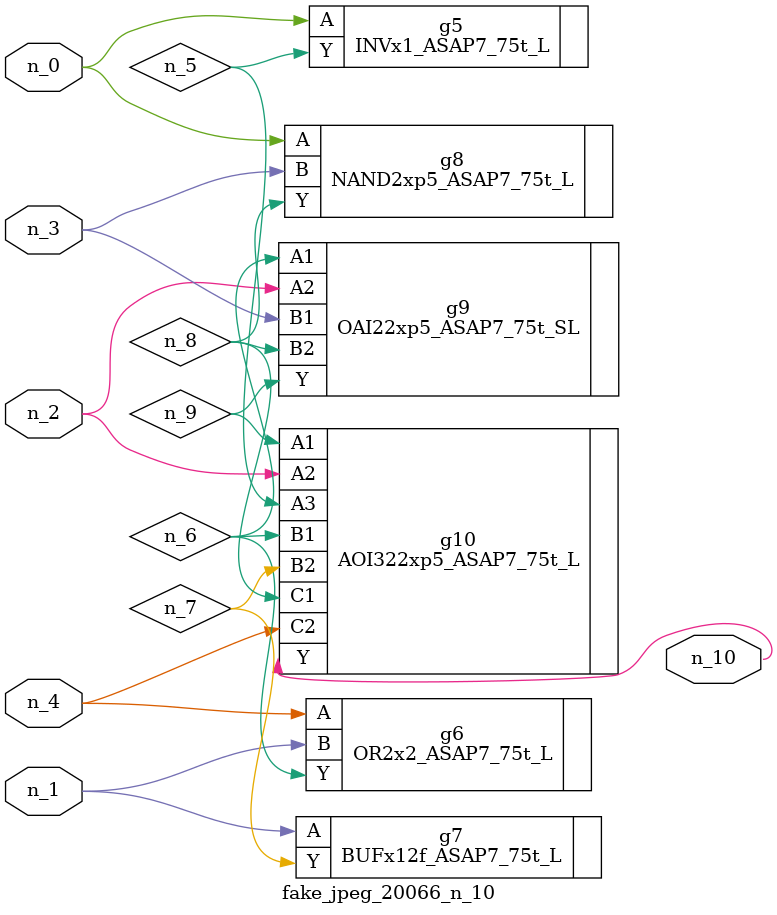
<source format=v>
module fake_jpeg_20066_n_10 (n_3, n_2, n_1, n_0, n_4, n_10);

input n_3;
input n_2;
input n_1;
input n_0;
input n_4;

output n_10;

wire n_8;
wire n_9;
wire n_6;
wire n_5;
wire n_7;

INVx1_ASAP7_75t_L g5 ( 
.A(n_0),
.Y(n_5)
);

OR2x2_ASAP7_75t_L g6 ( 
.A(n_4),
.B(n_1),
.Y(n_6)
);

BUFx12f_ASAP7_75t_L g7 ( 
.A(n_1),
.Y(n_7)
);

NAND2xp5_ASAP7_75t_L g8 ( 
.A(n_0),
.B(n_3),
.Y(n_8)
);

OAI22xp5_ASAP7_75t_SL g9 ( 
.A1(n_6),
.A2(n_2),
.B1(n_3),
.B2(n_8),
.Y(n_9)
);

AOI322xp5_ASAP7_75t_L g10 ( 
.A1(n_9),
.A2(n_2),
.A3(n_5),
.B1(n_6),
.B2(n_7),
.C1(n_8),
.C2(n_4),
.Y(n_10)
);


endmodule
</source>
